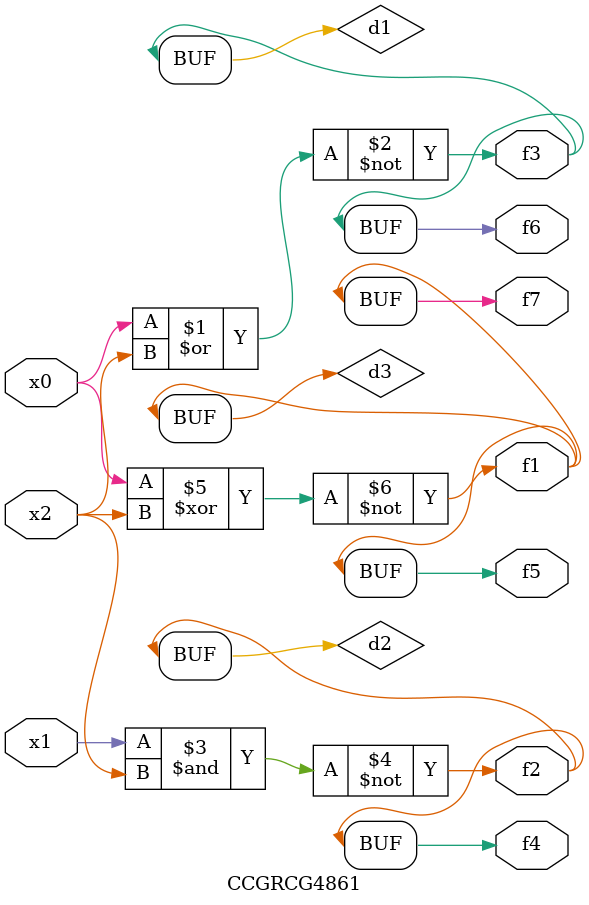
<source format=v>
module CCGRCG4861(
	input x0, x1, x2,
	output f1, f2, f3, f4, f5, f6, f7
);

	wire d1, d2, d3;

	nor (d1, x0, x2);
	nand (d2, x1, x2);
	xnor (d3, x0, x2);
	assign f1 = d3;
	assign f2 = d2;
	assign f3 = d1;
	assign f4 = d2;
	assign f5 = d3;
	assign f6 = d1;
	assign f7 = d3;
endmodule

</source>
